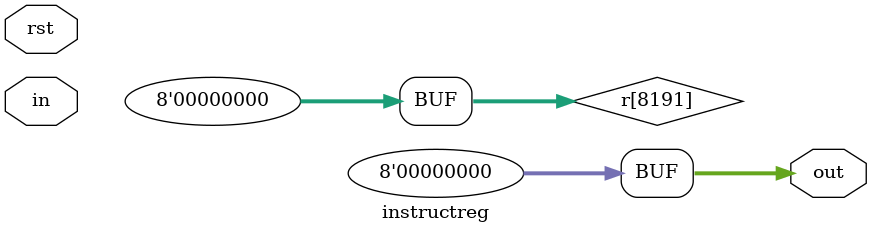
<source format=v>
`timescale 1ns/1ns
module instructreg(input[12:0] in,input rst,output reg[7:0] out);
	reg[7:0]r[0:8191];
	always@(in,rst)begin
		r[8191]<=0;
		if(rst)
			out<=0;
		else
			out<=0;//r[in];
	end
endmodule
</source>
